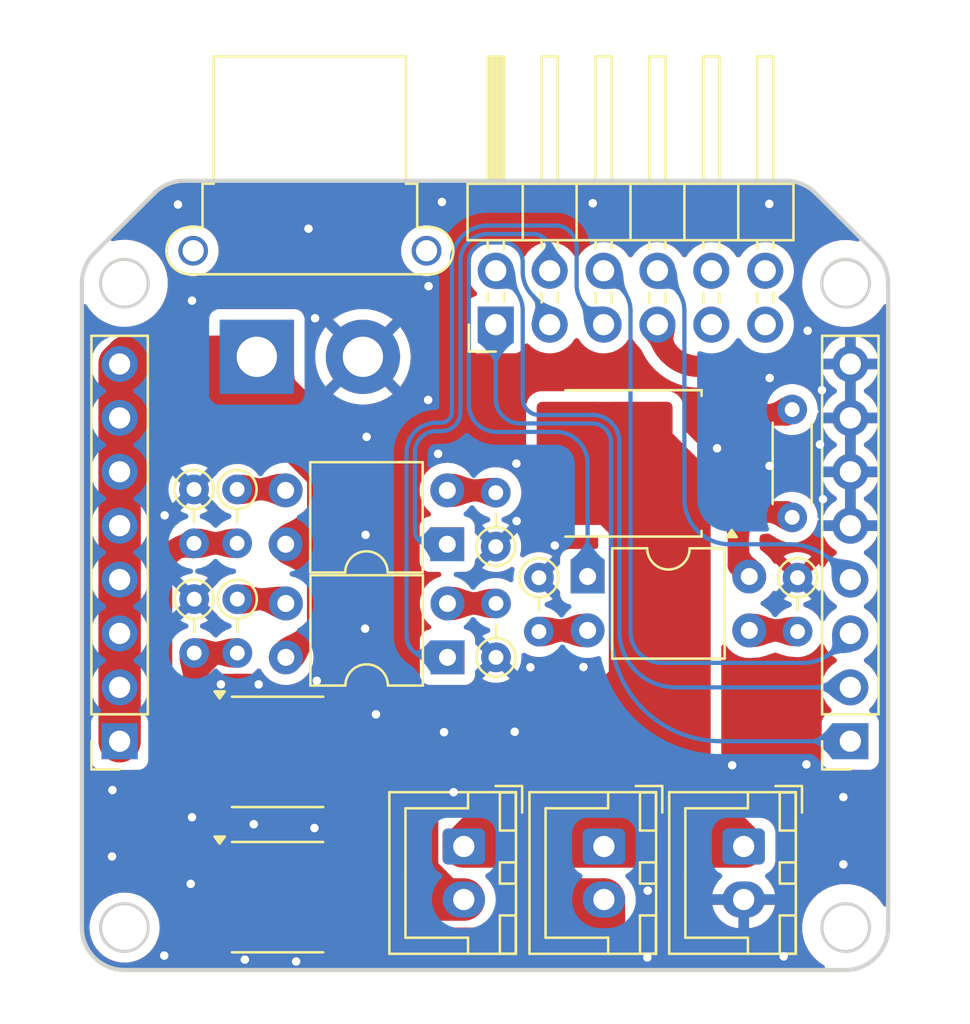
<source format=kicad_pcb>
(kicad_pcb (version 20221018) (generator pcbnew)
  (layers (0 "F.Cu" signal) (31 "B.Cu" signal) (34 "B.Paste" user) (35 "F.Paste" user) (36 "B.SilkS" user "B.Silkscreen") (37 "F.SilkS" user "F.Silkscreen") (38 "B.Mask" user) (39 "F.Mask" user) (44 "Edge.Cuts" user))
  (net 0 "")
  (net 1 "/SOLE1+")
  (net 2 "GND")
  (net 3 "+12V")
  (net 4 "/MDTX")
  (net 5 "/MDRX")
  (net 6 "/BLDC1")
  (net 7 "/BLDC2")
  (net 8 "/FET1")
  (net 9 "/FET2")
  (net 10 "/FET3")
  (net 11 "+48V")
  (net 12 "/SOLE1-")
  (net 13 "/SOLE2-")
  (net 14 "Net-(Q1-G)")
  (net 15 "Net-(Q2-G)")
  (net 16 "Net-(Q3-G)")
  (net 17 "Net-(R1-Pad2)")
  (net 18 "Net-(R2-Pad2)")
  (net 19 "Net-(R4-Pad2)")
  (net 20 "Net-(R5-Pad1)")
  (net 21 "Net-(R7-Pad2)")
  (net 22 "Net-(R8-Pad1)")
  (footprint "Connector_AMASS:AMASS_XT30PW-F_1x02_P2.50mm_Horizontal" (layer "F.Cu") (at 154.345 85.398)
    (fp_text reference "J3" hide)
    (fp_text value "Conn_01x02_Socket" hide)
    (pad "" thru_hole circle (at -3 -5 90) (size 1.4 1.4) (drill 1) (layers "*.Cu" "*.Mask"))
    (pad "" thru_hole circle (at 8 -5) (size 1.4 1.4) (drill 1) (layers "*.Cu" "*.Mask"))
    (pad "1" thru_hole rect (at 0 0) (size 3.5 3.5) (drill 1.9) (layers "*.Cu" "*.Mask") (net 3 "+12V"))
    (pad "2" thru_hole circle (at 5 0) (size 3.5 3.5) (drill 1.9) (layers "*.Cu" "*.Mask") (net 2 "GND"))
  )
  (footprint "Connector_PinSocket_2.54mm:PinSocket_1x08_P2.54mm_Vertical" (layer "F.Cu") (at 182.32 103.517416 180)
    (fp_text reference "J2" hide)
    (fp_text value "Conn_01x08_Socket" hide)
    (pad "1" thru_hole rect (at 0 0 180) (size 1.7 1.7) (drill 1) (layers "*.Cu" "*.Mask") (net 4 "/MDTX"))
    (pad "2" thru_hole oval (at 0 2.54 180) (size 1.7 1.7) (drill 1) (layers "*.Cu" "*.Mask") (net 5 "/MDRX"))
    (pad "3" thru_hole oval (at 0 5.08 180) (size 1.7 1.7) (drill 1) (layers "*.Cu" "*.Mask") (net 6 "/BLDC1"))
    (pad "4" thru_hole oval (at 0 7.62 180) (size 1.7 1.7) (drill 1) (layers "*.Cu" "*.Mask") (net 7 "/BLDC2"))
    (pad "5" thru_hole oval (at 0 10.16 180) (size 1.7 1.7) (drill 1) (layers "*.Cu" "*.Mask") (net 2 "GND"))
    (pad "6" thru_hole oval (at 0 12.7 180) (size 1.7 1.7) (drill 1) (layers "*.Cu" "*.Mask") (net 2 "GND"))
    (pad "7" thru_hole oval (at 0 15.24 180) (size 1.7 1.7) (drill 1) (layers "*.Cu" "*.Mask") (net 2 "GND"))
    (pad "8" thru_hole oval (at 0 17.78 180) (size 1.7 1.7) (drill 1) (layers "*.Cu" "*.Mask") (net 2 "GND"))
  )
  (footprint "Resistor_THT:R_Axial_DIN0204_L3.6mm_D1.6mm_P2.54mm_Vertical" (layer "F.Cu") (at 167.64 95.808 -90)
    (fp_text reference "R1" hide)
    (fp_text value "330" hide)
    (pad "1" thru_hole circle (at 0 0 270) (size 1.4 1.4) (drill 0.7) (layers "*.Cu" "*.Mask") (net 2 "GND"))
    (pad "2" thru_hole oval (at 2.54 0 270) (size 1.4 1.4) (drill 0.7) (layers "*.Cu" "*.Mask") (net 17 "Net-(R1-Pad2)"))
  )
  (footprint "Resistor_THT:R_Axial_DIN0204_L3.6mm_D1.6mm_P2.54mm_Vertical" (layer "F.Cu") (at 165.618 99.563 90)
    (fp_text reference "R7" hide)
    (fp_text value "330" hide)
    (pad "1" thru_hole circle (at 0 0 90) (size 1.4 1.4) (drill 0.7) (layers "*.Cu" "*.Mask") (net 2 "GND"))
    (pad "2" thru_hole oval (at 2.54 0 90) (size 1.4 1.4) (drill 0.7) (layers "*.Cu" "*.Mask") (net 21 "Net-(R7-Pad2)"))
  )
  (footprint "Package_TO_SOT_SMD:LFPAK56" (layer "F.Cu") (at 155.324 104.02)
    (fp_text reference "Q3" hide)
    (fp_text value "NMOS" hide)
    (pad "1" smd custom (at 0.6 0) (size 3.3 4.2) (layers "F.Cu" "F.Mask") (net 13 "/SOLE2-") (options (clearance outline) (anchor rect)) (primitives (gr_poly (pts (xy 2.975 2.35) (xy 1.425 2.35) (xy 1.425 -2.35) (xy 2.975 -2.35)) (width 0) (fill yes))))
    (pad "2" smd roundrect (at -2.67 1.91 270) (size 0.7 1.15) (layers "F.Cu" "F.Paste" "F.Mask") (net 16 "Net-(Q3-G)"))
    (pad "3" smd roundrect (at -2.67 -1.91 270) (size 0.7 1.15) (layers "F.Cu" "F.Paste" "F.Mask") (net 2 "GND"))
    (pad "3" smd roundrect (at -2.67 -0.64 270) (size 0.7 1.15) (layers "F.Cu" "F.Paste" "F.Mask") (net 2 "GND"))
    (pad "3" smd roundrect (at -2.67 0.64 270) (size 0.7 1.15) (layers "F.Cu" "F.Paste" "F.Mask") (net 2 "GND"))
  )
  (footprint "Connector_JST:JST_XH_B2B-XH-A_1x02_P2.50mm_Vertical" (layer "F.Cu") (at 177.292 108.478 -90)
    (fp_text reference "C1" hide)
    (fp_text value "C" hide)
    (pad "1" thru_hole roundrect (at 0 0 270) (size 1.7 2) (drill 1) (layers "*.Cu" "*.Mask") (roundrect_rratio 0.1470588235) (net 1 "/SOLE1+"))
    (pad "2" thru_hole oval (at 2.5 0 270) (size 1.7 2) (drill 1) (layers "*.Cu" "*.Mask") (net 2 "GND"))
  )
  (footprint "Resistor_THT:R_Axial_DIN0204_L3.6mm_D1.6mm_P2.54mm_Vertical" (layer "F.Cu") (at 151.394 96.819 -90)
    (fp_text reference "R9" hide)
    (fp_text value "1k" hide)
    (pad "1" thru_hole circle (at 0 0 270) (size 1.4 1.4) (drill 0.7) (layers "*.Cu" "*.Mask") (net 2 "GND"))
    (pad "2" thru_hole oval (at 2.54 0 270) (size 1.4 1.4) (drill 0.7) (layers "*.Cu" "*.Mask") (net 16 "Net-(Q3-G)"))
  )
  (footprint "Connector_JST:JST_XH_B2B-XH-A_1x02_P2.50mm_Vertical" (layer "F.Cu") (at 164.101 108.478 -90)
    (fp_text reference "J6" hide)
    (fp_text value "Conn_01x02_Socket" hide)
    (pad "1" thru_hole roundrect (at 0 0 270) (size 1.7 2) (drill 1) (layers "*.Cu" "*.Mask") (roundrect_rratio 0.1470588235) (net 1 "/SOLE1+"))
    (pad "2" thru_hole oval (at 2.5 0 270) (size 1.7 2) (drill 1) (layers "*.Cu" "*.Mask") (net 13 "/SOLE2-"))
  )
  (footprint "Resistor_THT:R_Axial_DIN0204_L3.6mm_D1.6mm_P2.54mm_Vertical" (layer "F.Cu") (at 153.426 96.819 -90)
    (fp_text reference "R8" hide)
    (fp_text value "100" hide)
    (pad "1" thru_hole circle (at 0 0 270) (size 1.4 1.4) (drill 0.7) (layers "*.Cu" "*.Mask") (net 22 "Net-(R8-Pad1)"))
    (pad "2" thru_hole oval (at 2.54 0 270) (size 1.4 1.4) (drill 0.7) (layers "*.Cu" "*.Mask") (net 16 "Net-(Q3-G)"))
  )
  (footprint "Package_DIP:DIP-4_W7.62mm" (layer "F.Cu") (at 169.936 95.753)
    (fp_text reference "U1" hide)
    (fp_text value "SFH617A-1" hide)
    (pad "1" thru_hole rect (at 0 0) (size 1.6 1.6) (drill 0.8) (layers "*.Cu" "*.Mask") (net 8 "/FET1"))
    (pad "2" thru_hole oval (at 0 2.54) (size 1.6 1.6) (drill 0.8) (layers "*.Cu" "*.Mask") (net 17 "Net-(R1-Pad2)"))
    (pad "3" thru_hole oval (at 7.62 2.54) (size 1.6 1.6) (drill 0.8) (layers "*.Cu" "*.Mask") (net 18 "Net-(R2-Pad2)"))
    (pad "4" thru_hole oval (at 7.62 0) (size 1.6 1.6) (drill 0.8) (layers "*.Cu" "*.Mask") (net 14 "Net-(Q1-G)"))
  )
  (footprint "Package_TO_SOT_SMD:LFPAK56" (layer "F.Cu") (at 155.324 110.866)
    (fp_text reference "Q2" hide)
    (fp_text value "NMOS" hide)
    (pad "1" smd custom (at 0.6 0) (size 3.3 4.2) (layers "F.Cu" "F.Mask") (net 12 "/SOLE1-") (options (clearance outline) (anchor rect)) (primitives (gr_poly (pts (xy 2.975 2.35) (xy 1.425 2.35) (xy 1.425 -2.35) (xy 2.975 -2.35)) (width 0) (fill yes))))
    (pad "2" smd roundrect (at -2.67 1.91 270) (size 0.7 1.15) (layers "F.Cu" "F.Paste" "F.Mask") (net 15 "Net-(Q2-G)"))
    (pad "3" smd roundrect (at -2.67 -1.91 270) (size 0.7 1.15) (layers "F.Cu" "F.Paste" "F.Mask") (net 2 "GND"))
    (pad "3" smd roundrect (at -2.67 -0.64 270) (size 0.7 1.15) (layers "F.Cu" "F.Paste" "F.Mask") (net 2 "GND"))
    (pad "3" smd roundrect (at -2.67 0.64 270) (size 0.7 1.15) (layers "F.Cu" "F.Paste" "F.Mask") (net 2 "GND"))
  )
  (footprint "Package_TO_SOT_SMD:TO-252-2" (layer "F.Cu") (at 171.998 90.4215 180)
    (fp_text reference "Q1" hide)
    (fp_text value "PMOS" hide)
    (pad "1" smd roundrect (at -0.415 -1.525 180) (size 3.05 2.75) (layers "F.Cu" "F.Paste") (roundrect_rratio 0.09090909091) (net 1 "/SOLE1+"))
    (pad "1" smd roundrect (at -0.415 1.525 180) (size 3.05 2.75) (layers "F.Cu" "F.Paste") (roundrect_rratio 0.09090909091) (net 1 "/SOLE1+"))
    (pad "1" smd roundrect (at 1.26 0 180) (size 6.4 5.8) (layers "F.Cu" "F.Mask") (roundrect_rratio 0.04310293103) (net 1 "/SOLE1+"))
    (pad "1" smd roundrect (at 2.935 -1.525 180) (size 3.05 2.75) (layers "F.Cu" "F.Paste") (roundrect_rratio 0.09090909091) (net 1 "/SOLE1+"))
    (pad "1" smd roundrect (at 2.935 1.525 180) (size 3.05 2.75) (layers "F.Cu" "F.Paste") (roundrect_rratio 0.09090909091) (net 1 "/SOLE1+"))
    (pad "2" smd roundrect (at -5.04 -2.28 180) (size 2.2 1.2) (layers "F.Cu" "F.Paste" "F.Mask") (roundrect_rratio 0.2083333333) (net 14 "Net-(Q1-G)"))
    (pad "3" smd roundrect (at -5.04 2.28 180) (size 2.2 1.2) (layers "F.Cu" "F.Paste" "F.Mask") (roundrect_rratio 0.2083333333) (net 11 "+48V"))
  )
  (footprint "Resistor_THT:R_Axial_DIN0204_L3.6mm_D1.6mm_P2.54mm_Vertical" (layer "F.Cu") (at 151.384 91.648 -90)
    (fp_text reference "R6" hide)
    (fp_text value "1k" hide)
    (pad "1" thru_hole circle (at 0 0 270) (size 1.4 1.4) (drill 0.7) (layers "*.Cu" "*.Mask") (net 2 "GND"))
    (pad "2" thru_hole oval (at 2.54 0 270) (size 1.4 1.4) (drill 0.7) (layers "*.Cu" "*.Mask") (net 15 "Net-(Q2-G)"))
  )
  (footprint "Resistor_THT:R_Axial_DIN0204_L3.6mm_D1.6mm_P5.08mm_Horizontal" (layer "F.Cu") (at 179.578 87.884 -90)
    (fp_text reference "R3" hide)
    (fp_text value "1k" hide)
    (pad "1" thru_hole circle (at 0 0 270) (size 1.4 1.4) (drill 0.7) (layers "*.Cu" "*.Mask") (net 11 "+48V"))
    (pad "2" thru_hole oval (at 5.08 0 270) (size 1.4 1.4) (drill 0.7) (layers "*.Cu" "*.Mask") (net 14 "Net-(Q1-G)"))
  )
  (footprint "Connector_PinHeader_2.54mm:PinHeader_2x06_P2.54mm_Horizontal" (layer "F.Cu") (at 165.608 83.882 90)
    (fp_text reference "J4" hide)
    (fp_text value "Conn_01x08_Socket" hide)
    (pad "1" thru_hole rect (at 0 0 90) (size 1.7 1.7) (drill 1) (layers "*.Cu" "*.Mask") (net 4 "/MDTX"))
    (pad "2" thru_hole oval (at 2.54 0 90) (size 1.7 1.7) (drill 1) (layers "*.Cu" "*.Mask") (net 5 "/MDRX"))
    (pad "3" thru_hole oval (at 0 2.54 90) (size 1.7 1.7) (drill 1) (layers "*.Cu" "*.Mask") (net 8 "/FET1"))
    (pad "4" thru_hole oval (at 2.54 2.54 90) (size 1.7 1.7) (drill 1) (layers "*.Cu" "*.Mask") (net 9 "/FET2"))
    (pad "5" thru_hole oval (at 0 5.08 90) (size 1.7 1.7) (drill 1) (layers "*.Cu" "*.Mask") (net 10 "/FET3"))
    (pad "6" thru_hole oval (at 2.54 5.08 90) (size 1.7 1.7) (drill 1) (layers "*.Cu" "*.Mask") (net 6 "/BLDC1"))
    (pad "7" thru_hole oval (at 0 7.62 90) (size 1.7 1.7) (drill 1) (layers "*.Cu" "*.Mask") (net 11 "+48V"))
    (pad "8" thru_hole oval (at 2.54 7.62 90) (size 1.7 1.7) (drill 1) (layers "*.Cu" "*.Mask") (net 7 "/BLDC2"))
    (pad "9" thru_hole oval (at 0 10.16 90) (size 1.7 1.7) (drill 1) (layers "*.Cu" "*.Mask"))
    (pad "10" thru_hole oval (at 2.54 10.16 90) (size 1.7 1.7) (drill 1) (layers "*.Cu" "*.Mask"))
    (pad "11" thru_hole oval (at 0 12.7 90) (size 1.7 1.7) (drill 1) (layers "*.Cu" "*.Mask"))
    (pad "12" thru_hole oval (at 2.54 12.7 90) (size 1.7 1.7) (drill 1) (layers "*.Cu" "*.Mask"))
  )
  (footprint "MountingHole:MountingHole_2.1mm" (layer "F.Cu") (at 148.11 112.3)
    (fp_text reference "REF**" hide)
    (fp_text value "MountingHole_2.1mm" hide)
    (pad "" np_thru_hole circle (at 0 0) (size 2.1 2.1) (drill 2.1) (layers "*.Cu" "*.Mask"))
  )
  (footprint "Connector_PinSocket_2.54mm:PinSocket_1x08_P2.54mm_Vertical" (layer "F.Cu") (at 147.878 103.517416 180)
    (fp_text reference "J1" hide)
    (fp_text value "Conn_01x08_Socket" hide)
    (pad "1" thru_hole rect (at 0 0 180) (size 1.7 1.7) (drill 1) (layers "*.Cu" "*.Mask") (net 3 "+12V"))
    (pad "2" thru_hole oval (at 0 2.54 180) (size 1.7 1.7) (drill 1) (layers "*.Cu" "*.Mask") (net 3 "+12V"))
    (pad "3" thru_hole oval (at 0 5.08 180) (size 1.7 1.7) (drill 1) (layers "*.Cu" "*.Mask") (net 3 "+12V"))
    (pad "4" thru_hole oval (at 0 7.62 180) (size 1.7 1.7) (drill 1) (layers "*.Cu" "*.Mask") (net 3 "+12V"))
    (pad "5" thru_hole oval (at 0 10.16 180) (size 1.7 1.7) (drill 1) (layers "*.Cu" "*.Mask") (net 3 "+12V"))
    (pad "6" thru_hole oval (at 0 12.7 180) (size 1.7 1.7) (drill 1) (layers "*.Cu" "*.Mask") (net 3 "+12V"))
    (pad "7" thru_hole oval (at 0 15.24 180) (size 1.7 1.7) (drill 1) (layers "*.Cu" "*.Mask") (net 3 "+12V"))
    (pad "8" thru_hole oval (at 0 17.78 180) (size 1.7 1.7) (drill 1) (layers "*.Cu" "*.Mask") (net 3 "+12V"))
  )
  (footprint "MountingHole:MountingHole_2.1mm" (layer "F.Cu") (at 148.1 81.93)
    (fp_text reference "REF**" hide)
    (fp_text value "MountingHole_2.1mm" hide)
    (pad "" np_thru_hole circle (at 0 0) (size 2.1 2.1) (drill 2.1) (layers "F&B.Cu" "*.Mask"))
  )
  (footprint "MountingHole:MountingHole_2.1mm" (layer "F.Cu") (at 182.1 81.94)
    (fp_text reference "REF**" hide)
    (fp_text value "MountingHole_2.1mm" hide)
    (pad "" np_thru_hole circle (at 0 0) (size 2.1 2.1) (drill 2.1) (layers "F&B.Cu" "*.Mask"))
  )
  (footprint "Package_DIP:DIP-4_W7.62mm" (layer "F.Cu") (at 163.332 99.563 180)
    (fp_text reference "U3" hide)
    (fp_text value "SFH617A-1" hide)
    (pad "1" thru_hole rect (at 0 0 180) (size 1.6 1.6) (drill 0.8) (layers "*.Cu" "*.Mask") (net 10 "/FET3"))
    (pad "2" thru_hole oval (at 0 2.54 180) (size 1.6 1.6) (drill 0.8) (layers "*.Cu" "*.Mask") (net 21 "Net-(R7-Pad2)"))
    (pad "3" thru_hole oval (at 7.62 2.54 180) (size 1.6 1.6) (drill 0.8) (layers "*.Cu" "*.Mask") (net 22 "Net-(R8-Pad1)"))
    (pad "4" thru_hole oval (at 7.62 0 180) (size 1.6 1.6) (drill 0.8) (layers "*.Cu" "*.Mask") (net 3 "+12V"))
  )
  (footprint "Resistor_THT:R_Axial_DIN0204_L3.6mm_D1.6mm_P2.54mm_Vertical" (layer "F.Cu") (at 165.608 94.342 90)
    (fp_text reference "R4" hide)
    (fp_text value "330" hide)
    (pad "1" thru_hole circle (at 0 0 90) (size 1.4 1.4) (drill 0.7) (layers "*.Cu" "*.Mask") (net 2 "GND"))
    (pad "2" thru_hole oval (at 2.54 0 90) (size 1.4 1.4) (drill 0.7) (layers "*.Cu" "*.Mask") (net 19 "Net-(R4-Pad2)"))
  )
  (footprint "Connector_JST:JST_XH_B2B-XH-A_1x02_P2.50mm_Vertical" (layer "F.Cu") (at 170.705 108.478 -90)
    (fp_text reference "J5" hide)
    (fp_text value "Conn_01x02_Socket" hide)
    (pad "1" thru_hole roundrect (at 0 0 270) (size 1.7 2) (drill 1) (layers "*.Cu" "*.Mask") (roundrect_rratio 0.1470588235) (net 1 "/SOLE1+"))
    (pad "2" thru_hole oval (at 2.5 0 270) (size 1.7 2) (drill 1) (layers "*.Cu" "*.Mask") (net 12 "/SOLE1-"))
  )
  (footprint "Resistor_THT:R_Axial_DIN0204_L3.6mm_D1.6mm_P2.54mm_Vertical" (layer "F.Cu") (at 179.832 95.808 -90)
    (fp_text reference "R2" hide)
    (fp_text value "2k" hide)
    (pad "1" thru_hole circle (at 0 0 270) (size 1.4 1.4) (drill 0.7) (layers "*.Cu" "*.Mask") (net 2 "GND"))
    (pad "2" thru_hole oval (at 2.54 0 270) (size 1.4 1.4) (drill 0.7) (layers "*.Cu" "*.Mask") (net 18 "Net-(R2-Pad2)"))
  )
  (footprint "Resistor_THT:R_Axial_DIN0204_L3.6mm_D1.6mm_P2.54mm_Vertical" (layer "F.Cu") (at 153.416 91.648 -90)
    (fp_text reference "R5" hide)
    (fp_text value "100" hide)
    (pad "1" thru_hole circle (at 0 0 270) (size 1.4 1.4) (drill 0.7) (layers "*.Cu" "*.Mask") (net 20 "Net-(R5-Pad1)"))
    (pad "2" thru_hole oval (at 2.54 0 270) (size 1.4 1.4) (drill 0.7) (layers "*.Cu" "*.Mask") (net 15 "Net-(Q2-G)"))
  )
  (footprint "MountingHole:MountingHole_2.1mm" (layer "F.Cu") (at 182.1 112.3)
    (fp_text reference "REF**" hide)
    (fp_text value "MountingHole_2.1mm" hide)
    (pad "" np_thru_hole circle (at 0 0) (size 2.1 2.1) (drill 2.1) (layers "F&B.Cu" "*.Mask"))
  )
  (footprint "Package_DIP:DIP-4_W7.62mm" (layer "F.Cu") (at 163.322 94.234 180)
    (fp_text reference "U2" hide)
    (fp_text value "SFH617A-1" hide)
    (pad "1" thru_hole rect (at 0 0 180) (size 1.6 1.6) (drill 0.8) (layers "*.Cu" "*.Mask") (net 9 "/FET2"))
    (pad "2" thru_hole oval (at 0 2.54 180) (size 1.6 1.6) (drill 0.8) (layers "*.Cu" "*.Mask") (net 19 "Net-(R4-Pad2)"))
    (pad "3" thru_hole oval (at 7.62 2.54 180) (size 1.6 1.6) (drill 0.8) (layers "*.Cu" "*.Mask") (net 20 "Net-(R5-Pad1)"))
    (pad "4" thru_hole oval (at 7.62 0 180) (size 1.6 1.6) (drill 0.8) (layers "*.Cu" "*.Mask") (net 3 "+12V"))
  )
  (gr_line (start 146.1 81.927416) (end 146.1 112.3) (stroke (width 0.2)) (layer "Edge.Cuts"))
  (gr_arc (start 146.1 81.927416) (mid 146.252241 81.162049) (end 146.685786 80.513203) (stroke (width 0.2)) (layer "Edge.Cuts"))
  (gr_line (start 183.514214 80.513203) (end 180.685787 77.684776) (stroke (width 0.2)) (layer "Edge.Cuts"))
  (gr_line (start 149.514213 77.684776) (end 146.685786 80.513203) (stroke (width 0.2)) (layer "Edge.Cuts"))
  (gr_arc (start 148.1 114.3) (mid 146.685786 113.714214) (end 146.1 112.3) (stroke (width 0.2)) (layer "Edge.Cuts"))
  (gr_circle (center 182.1 112.3) (end 182.1 111.2) (stroke (width 0.2)) (fill none) (layer "Edge.Cuts"))
  (gr_arc (start 179.271573 77.098989) (mid 180.03694 77.25123) (end 180.685787 77.684776) (stroke (width 0.2)) (layer "Edge.Cuts"))
  (gr_line (start 148.1 114.3) (end 182.1 114.3) (stroke (width 0.2)) (layer "Edge.Cuts"))
  (gr_arc (start 184.1 112.3) (mid 183.514214 113.714214) (end 182.1 114.3) (stroke (width 0.2)) (layer "Edge.Cuts"))
  (gr_arc (start 149.514213 77.684776) (mid 150.16306 77.25123) (end 150.928427 77.098989) (stroke (width 0.2)) (layer "Edge.Cuts"))
  (gr_line (start 184.1 112.3) (end 184.1 81.927416) (stroke (width 0.2)) (layer "Edge.Cuts"))
  (gr_circle (center 148.1 112.3) (end 148.1 111.2) (stroke (width 0.2)) (fill none) (layer "Edge.Cuts"))
  (gr_line (start 179.271573 77.098989) (end 150.928427 77.098989) (stroke (width 0.2)) (layer "Edge.Cuts"))
  (gr_arc (start 183.514214 80.513203) (mid 183.947759 81.162049) (end 184.1 81.927416) (stroke (width 0.2)) (layer "Edge.Cuts"))
  (gr_circle (center 148.1 81.927416) (end 148.1 80.827416) (stroke (width 0.2)) (fill none) (layer "Edge.Cuts"))
  (gr_circle (center 182.1 81.927416) (end 182.1 80.827416) (stroke (width 0.2)) (fill none) (layer "Edge.Cuts"))
  (segment (start 169.418 105.684) (end 169.418 108.478) (width 2) (layer "F.Cu") (net 1))
  (segment (start 171.936 93.2945) (end 171.936 100.643) (width 2) (layer "F.Cu") (net 1))
  (segment (start 164.101 108.478) (end 166.624 108.478) (width 2) (layer "F.Cu") (net 1))
  (segment (start 172.212 102.89) (end 172.212 108.478) (width 2) (layer "F.Cu") (net 1))
  (segment (start 170.698 104.404) (end 169.809 105.293) (width 2) (layer "F.Cu") (net 1))
  (segment (start 170.705 104.411) (end 170.705 108.478) (width 2) (layer "F.Cu") (net 1))
  (segment (start 174.752 108.478) (end 177.292 108.478) (width 2) (layer "F.Cu") (net 1))
  (segment (start 170.588 91.9465) (end 171.936 93.2945) (width 2) (layer "F.Cu") (net 1))
  (segment (start 169.063 91.9465) (end 170.588 91.9465) (width 2) (layer "F.Cu") (net 1))
  (segment (start 171.936 100.643) (end 164.101 108.478) (width 2) (layer "F.Cu") (net 1))
  (segment (start 173.482 101.62) (end 173.482 107.208) (width 2) (layer "F.Cu") (net 1))
  (segment (start 172.222 102.88) (end 172.212 102.89) (width 2) (layer "F.Cu") (net 1))
  (segment (start 169.363 91.9465) (end 172.413 88.8965) (width 2) (layer "F.Cu") (net 1))
  (segment (start 169.063 91.9465) (end 169.363 91.9465) (width 2) (layer "F.Cu") (net 1))
  (segment (start 172.212 108.478) (end 174.752 108.478) (width 2) (layer "F.Cu") (net 1))
  (segment (start 170.698 104.404) (end 170.705 104.411) (width 2) (layer "F.Cu") (net 1))
  (segment (start 174.738 91.2215) (end 172.413 88.8965) (width 2) (layer "F.Cu") (net 1))
  (segment (start 173.482 93.726) (end 173.482 101.62) (width 2) (layer "F.Cu") (net 1))
  (segment (start 177.292 108.478) (end 174.738 105.924) (width 2) (layer "F.Cu") (net 1))
  (segment (start 169.418 108.478) (end 172.212 108.478) (width 2) (layer "F.Cu") (net 1))
  (segment (start 172.222 102.88) (end 170.698 104.404) (width 2) (layer "F.Cu") (net 1))
  (segment (start 169.809 105.293) (end 166.624 108.478) (width 2) (layer "F.Cu") (net 1))
  (segment (start 174.738 105.924) (end 174.738 91.2215) (width 2) (layer "F.Cu") (net 1))
  (segment (start 170.738 90.4215) (end 170.738 90.982) (width 2) (layer "F.Cu") (net 1))
  (segment (start 169.063 88.8965) (end 172.413 88.8965) (width 2) (layer "F.Cu") (net 1))
  (segment (start 170.738 90.982) (end 173.482 93.726) (width 2) (layer "F.Cu") (net 1))
  (segment (start 166.624 108.478) (end 169.418 108.478) (width 2) (layer "F.Cu") (net 1))
  (segment (start 173.482 107.208) (end 174.752 108.478) (width 2) (layer "F.Cu") (net 1))
  (segment (start 173.482 101.62) (end 172.222 102.88) (width 2) (layer "F.Cu") (net 1))
  (segment (start 169.809 105.293) (end 169.418 105.684) (width 2) (layer "F.Cu") (net 1))
  (segment (start 169.063 88.8965) (end 169.063 91.9465) (width 2) (layer "F.Cu") (net 1))
  (segment (start 153.416 100.838) (end 152.654 101.6) (width 1) (layer "F.Cu") (net 2))
  (segment (start 152.654 104.66) (end 152.654 102.11) (width 1) (layer "F.Cu") (net 2))
  (segment (start 153.924 100.838) (end 153.416 100.838) (width 1) (layer "F.Cu") (net 2))
  (segment (start 153.924 100.838) (end 154.432 100.838) (width 1) (layer "F.Cu") (net 2))
  (segment (start 152.654 102.11) (end 152.654 101.6) (width 1) (layer "F.Cu") (net 2))
  (segment (start 152.654 100.838) (end 153.924 100.838) (width 1) (layer "F.Cu") (net 2))
  (segment (start 152.654 101.6) (end 152.654 100.838) (width 1) (layer "F.Cu") (net 2))
  (via (at 159.45 98.21) (size 0.8) (drill 0.4) (layers "F.Cu" "B.Cu") (net 2))
  (via (at 166.59 93.14) (size 0.8) (drill 0.4) (layers "F.Cu" "B.Cu") (net 2))
  (via (at 181.99 109.32) (size 0.8) (drill 0.4) (layers "F.Cu" "B.Cu") (net 2))
  (via (at 147.54 105.82) (size 0.8) (drill 0.4) (layers "F.Cu" "B.Cu") (net 2))
  (via (at 154.432 100.838) (size 0.8) (drill 0.4) (layers "F.Cu" "B.Cu") (net 2))
  (via (at 180.31 84.17) (size 0.8) (drill 0.4) (layers "F.Cu" "B.Cu") (net 2))
  (via (at 151.23 110.24) (size 0.8) (drill 0.4) (layers "F.Cu" "B.Cu") (net 2))
  (via (at 159.47 93.79) (size 0.8) (drill 0.4) (layers "F.Cu" "B.Cu") (net 2))
  (via (at 176.75 104.65) (size 0.8) (drill 0.4) (layers "F.Cu" "B.Cu") (net 2))
  (via (at 157.06 107.61) (size 0.8) (drill 0.4) (layers "F.Cu" "B.Cu") (net 2))
  (via (at 162.89 89.97) (size 0.8) (drill 0.4) (layers "F.Cu" "B.Cu") (net 2))
  (via (at 178.51 90.54) (size 0.8) (drill 0.4) (layers "F.Cu" "B.Cu") (net 2))
  (via (at 168.39 94.29) (size 0.8) (drill 0.4) (layers "F.Cu" "B.Cu") (net 2))
  (via (at 147.52 108.95) (size 0.8) (drill 0.4) (layers "F.Cu" "B.Cu") (net 2))
  (via (at 154.2 107.43) (size 0.8) (drill 0.4) (layers "F.Cu" "B.Cu") (net 2))
  (via (at 172.77 110.56) (size 0.8) (drill 0.4) (layers "F.Cu" "B.Cu") (net 2))
  (via (at 150 92.87) (size 0.8) (drill 0.4) (layers "F.Cu" "B.Cu") (net 2))
  (via (at 178.52 86.4) (size 0.8) (drill 0.4) (layers "F.Cu" "B.Cu") (net 2))
  (via (at 149.98 113.62) (size 0.8) (drill 0.4) (layers "F.Cu" "B.Cu") (net 2))
  (via (at 153.78 113.81) (size 0.8) (drill 0.4) (layers "F.Cu" "B.Cu") (net 2))
  (via (at 162.42 87.43) (size 0.8) (drill 0.4) (layers "F.Cu" "B.Cu") (net 2))
  (via (at 150.63 78.22) (size 0.8) (drill 0.4) (layers "F.Cu" "B.Cu") (net 2))
  (via (at 162.44 82.07) (size 0.8) (drill 0.4) (layers "F.Cu" "B.Cu") (net 2))
  (via (at 166.5 103.07) (size 0.8) (drill 0.4) (layers "F.Cu" "B.Cu") (net 2))
  (via (at 152.654 100.838) (size 0.8) (drill 0.4) (layers "F.Cu" "B.Cu") (net 2))
  (via (at 157.17 100.67) (size 0.8) (drill 0.4) (layers "F.Cu" "B.Cu") (net 2))
  (via (at 156.2 113.9) (size 0.8) (drill 0.4) (layers "F.Cu" "B.Cu") (net 2))
  (via (at 159.52 89.17) (size 0.8) (drill 0.4) (layers "F.Cu" "B.Cu") (net 2))
  (via (at 180.89 89.53) (size 0.8) (drill 0.4) (layers "F.Cu" "B.Cu") (net 2))
  (via (at 151.29 82.75) (size 0.8) (drill 0.4) (layers "F.Cu" "B.Cu") (net 2))
  (via (at 180.98 86.97) (size 0.8) (drill 0.4) (layers "F.Cu" "B.Cu") (net 2))
  (via (at 166.58 90.43) (size 0.8) (drill 0.4) (layers "F.Cu" "B.Cu") (net 2))
  (via (at 163.17 103.09) (size 0.8) (drill 0.4) (layers "F.Cu" "B.Cu") (net 2))
  (via (at 169.74 100.02) (size 0.8) (drill 0.4) (layers "F.Cu" "B.Cu") (net 2))
  (via (at 180.25 104.61) (size 0.8) (drill 0.4) (layers "F.Cu" "B.Cu") (net 2))
  (via (at 151.29 107.1) (size 0.8) (drill 0.4) (layers "F.Cu" "B.Cu") (net 2))
  (via (at 181.99 106.15) (size 0.8) (drill 0.4) (layers "F.Cu" "B.Cu") (net 2))
  (via (at 179.18 113.66) (size 0.8) (drill 0.4) (layers "F.Cu" "B.Cu") (net 2))
  (via (at 163.07 78.1) (size 0.8) (drill 0.4) (layers "F.Cu" "B.Cu") (net 2))
  (via (at 170.18 78.16) (size 0.8) (drill 0.4) (layers "F.Cu" "B.Cu") (net 2))
  (via (at 167.24 100.03) (size 0.8) (drill 0.4) (layers "F.Cu" "B.Cu") (net 2))
  (via (at 159.96 102.25) (size 0.8) (drill 0.4) (layers "F.Cu" "B.Cu") (net 2))
  (via (at 178.5 78.19) (size 0.8) (drill 0.4) (layers "F.Cu" "B.Cu") (net 2))
  (via (at 156.78 79.36) (size 0.8) (drill 0.4) (layers "F.Cu" "B.Cu") (net 2))
  (via (at 172.75 113.71) (size 0.8) (drill 0.4) (layers "F.Cu" "B.Cu") (net 2))
  (via (at 163.62 105.92) (size 0.8) (drill 0.4) (layers "F.Cu" "B.Cu") (net 2))
  (via (at 181.03 92.11) (size 0.8) (drill 0.4) (layers "F.Cu" "B.Cu") (net 2))
  (via (at 176.04 89.71) (size 0.8) (drill 0.4) (layers "F.Cu" "B.Cu") (net 2))
  (via (at 157.09 83.58) (size 0.8) (drill 0.4) (layers "F.Cu" "B.Cu") (net 2))
  (segment (start 157.212 91.082679) (end 156.5205 90.391179) (width 1) (layer "F.Cu") (net 3))
  (segment (start 157.212 95.744) (end 155.702 94.234) (width 1) (layer "F.Cu") (net 3))
  (segment (start 154.345 88.225) (end 154.083292 88.486708) (width 2) (layer "F.Cu") (net 3))
  (segment (start 150.368 85.398) (end 148.217416 85.398) (width 2) (layer "F.Cu") (net 3))
  (segment (start 157.212 91.082679) (end 155.7585 89.629179) (width 1) (layer "F.Cu") (net 3))
  (segment (start 151.675416 87.02) (end 152.806 87.02) (width 2) (layer "F.Cu") (net 3))
  (segment (start 157.212 91.186) (end 157.212 91.082679) (width 1) (layer "F.Cu") (net 3))
  (segment (start 157.212 98.063) (end 157.212 94.234) (width 1) (layer "F.Cu") (net 3))
  (segment (start 150.774 89.052) (end 147.878 91.948) (width 2) (layer "F.Cu") (net 3))
  (segment (start 150.716708 87.978708) (end 151.675416 87.02) (width 2) (layer "F.Cu") (net 3))
  (segment (start 147.878 88.277416) (end 150.418 88.277416) (width 2) (layer "F.Cu") (net 3))
  (segment (start 154.345 85.481) (end 152.806 87.02) (width 2) (layer "F.Cu") (net 3))
  (segment (start 156.5205 87.5735) (end 155.7585 86.8115) (width 1) (layer "F.Cu") (net 3))
  (segment (start 157.212 98.063) (end 157.212 95.744) (width 1) (layer "F.Cu") (net 3))
  (segment (start 154.083292 88.486708) (end 150.208708 88.486708) (width 2) (layer "F.Cu") (net 3))
  (segment (start 155.702 94.234) (end 157.212 94.234) (width 1) (layer "F.Cu") (net 3))
  (segment (start 157.212 91.082679) (end 155.181321 89.052) (width 1) (layer "F.Cu") (net 3))
  (segment (start 155.712 99.563) (end 157.212 98.063) (width 1) (layer "F.Cu") (net 3))
  (segment (start 150.418 88.277416) (end 150.716708 87.978708) (width 2) (layer "F.Cu") (net 3))
  (segment (start 157.212 94.234) (end 157.212 92.71) (width 1) (layer "F.Cu") (net 3))
  (segment (start 155.7585 86.8115) (end 154.345 85.398) (width 1) (layer "F.Cu") (net 3))
  (segment (start 147.878 90.817416) (end 150.208708 88.486708) (width 2) (layer "F.Cu") (net 3))
  (segment (start 155.181321 89.052) (end 150.774 89.052) (width 1) (layer "F.Cu") (net 3))
  (segment (start 157.212 92.71) (end 157.212 91.186) (width 1) (layer "F.Cu") (net 3))
  (segment (start 147.878 88.277416) (end 150.368 85.787416) (width 2) (layer "F.Cu") (net 3))
  (segment (start 155.7585 89.629179) (end 155.7585 86.8115) (width 1) (layer "F.Cu") (net 3))
  (segment (start 157.212 88.265) (end 156.5205 87.5735) (width 1) (layer "F.Cu") (net 3))
  (segment (start 150.368 85.787416) (end 150.368 85.398) (width 2) (layer "F.Cu") (net 3))
  (segment (start 154.345 85.398) (end 154.345 85.481) (width 2) (layer "F.Cu") (net 3))
  (segment (start 147.878 91.948) (end 147.878 103.517416) (width 2) (layer "F.Cu") (net 3))
  (segment (start 150.208708 88.486708) (end 150.716708 87.978708) (width 2) (layer "F.Cu") (net 3))
  (segment (start 147.878 85.737416) (end 147.878 91.948) (width 2) (layer "F.Cu") (net 3))
  (segment (start 156.5205 90.391179) (end 156.5205 87.5735) (width 1) (layer "F.Cu") (net 3))
  (segment (start 155.702 94.234) (end 157.212 92.724) (width 1) (layer "F.Cu") (net 3))
  (segment (start 154.345 85.398) (end 154.345 88.225) (width 2) (layer "F.Cu") (net 3))
  (segment (start 154.345 85.398) (end 150.368 85.398) (width 2) (layer "F.Cu") (net 3))
  (segment (start 148.217416 85.398) (end 147.878 85.737416) (width 2) (layer "F.Cu") (net 3))
  (segment (start 157.212 91.186) (end 157.212 88.265) (width 1) (layer "F.Cu") (net 3))
  (segment (start 157.212 92.724) (end 157.212 92.71) (width 1) (layer "F.Cu") (net 3))
  (segment (start 152.806 87.02) (end 150.774 89.052) (width 2) (layer "F.Cu") (net 3))
  (segment (start 176.228334 103.517416) (end 182.32 103.517416) (width 0.2) (layer "B.Cu") (net 4))
  (segment (start 170.149444 88.538) (end 166.769996 88.538) (width 0.2) (layer "B.Cu") (net 4))
  (segment (start 165.608 83.882) (end 165.608 87.376) (width 0.2) (layer "B.Cu") (net 4))
  (segment (start 171.036 89.424556) (end 171.036 98.325082) (width 0.2) (layer "B.Cu") (net 4))
  (arc (start 171.036 89.424556) (mid 170.776334 88.797666) (end 170.149444 88.538) (width 0.2) (layer "B.Cu") (net 4))
  (arc (start 176.228334 103.517416) (mid 172.556799 101.996617) (end 171.036 98.325082) (width 0.2) (layer "B.Cu") (net 4))
  (arc (start 165.608 87.376) (mid 165.948341 88.197659) (end 166.769996 88.538) (width 0.2) (layer "B.Cu") (net 4))
  (segment (start 166.878 83.211598) (end 166.878 87.367115) (width 0.2) (layer "B.Cu") (net 5))
  (segment (start 171.436 89.408) (end 171.436 98.331614) (width 0.2) (layer "B.Cu") (net 5))
  (segment (start 174.081802 100.977416) (end 182.32 100.977416) (width 0.2) (layer "B.Cu") (net 5))
  (segment (start 165.608 81.342) (end 166.45402 82.18802) (width 0.2) (layer "B.Cu") (net 5))
  (segment (start 170.166 88.138) (end 167.648885 88.138) (width 0.2) (layer "B.Cu") (net 5))
  (arc (start 170.166 88.138) (mid 171.064026 88.509974) (end 171.436 89.408) (width 0.2) (layer "B.Cu") (net 5))
  (arc (start 166.45402 82.18802) (mid 166.767811 82.657642) (end 166.878 83.211598) (width 0.2) (layer "B.Cu") (net 5))
  (arc (start 174.081802 100.977416) (mid 172.210937 100.202479) (end 171.436 98.331614) (width 0.2) (layer "B.Cu") (net 5))
  (arc (start 167.648885 88.138) (mid 167.103787 87.912213) (end 166.878 87.367115) (width 0.2) (layer "B.Cu") (net 5))
  (segment (start 171.958 98.349062) (end 171.958 83.228185) (width 0.2) (layer "B.Cu") (net 6))
  (segment (start 182.32 98.437416) (end 181.520012 99.237404) (width 0.2) (layer "B.Cu") (net 6))
  (segment (start 171.522292 82.176292) (end 170.688 81.342) (width 0.2) (layer "B.Cu") (net 6))
  (segment (start 180.108672 99.822) (end 173.430938 99.822) (width 0.2) (layer "B.Cu") (net 6))
  (arc (start 171.958 83.228185) (mid 171.844763 82.658905) (end 171.522292 82.176292) (width 0.2) (layer "B.Cu") (net 6))
  (arc (start 180.108672 99.822) (mid 180.872484 99.670068) (end 181.520012 99.237404) (width 0.2) (layer "B.Cu") (net 6))
  (arc (start 171.958 98.349062) (mid 172.389414 99.390586) (end 173.430938 99.822) (width 0.2) (layer "B.Cu") (net 6))
  (segment (start 174.498 83.214848) (end 174.498 92.096808) (width 0.2) (layer "B.Cu") (net 7))
  (segment (start 176.635192 94.234) (end 179.451116 94.234) (width 0.2) (layer "B.Cu") (net 7))
  (segment (start 181.508979 95.086395) (end 182.32 95.897416) (width 0.2) (layer "B.Cu") (net 7))
  (segment (start 173.228 81.342) (end 174.071722 82.185722) (width 0.2) (layer "B.Cu") (net 7))
  (arc (start 174.498 92.096808) (mid 175.123969 93.608031) (end 176.635192 94.234) (width 0.2) (layer "B.Cu") (net 7))
  (arc (start 174.071722 82.185722) (mid 174.387214 82.657889) (end 174.498 83.214848) (width 0.2) (layer "B.Cu") (net 7))
  (arc (start 181.508979 95.086395) (mid 180.564823 94.45553) (end 179.451116 94.234) (width 0.2) (layer "B.Cu") (net 7))
  (segment (start 168.449978 88.938) (end 165.645989 88.938) (width 0.2) (layer "B.Cu") (net 8))
  (segment (start 168.148 83.316314) (end 167.346509 82.514823) (width 0.2) (layer "B.Cu") (net 8))
  (segment (start 166.878 81.383744) (end 166.878 80.941565) (width 0.2) (layer "B.Cu") (net 8))
  (segment (start 165.946435 80.01) (end 165.241881 80.01) (width 0.2) (layer "B.Cu") (net 8))
  (segment (start 164.338 80.913881) (end 164.338 87.63) (width 0.2) (layer "B.Cu") (net 8))
  (segment (start 169.936 90.424029) (end 169.936 95.753) (width 0.2) (layer "B.Cu") (net 8))
  (segment (start 168.148 83.882) (end 168.148 83.316314) (width 0.2) (layer "B.Cu") (net 8))
  (arc (start 166.878 81.383744) (mid 166.999761 81.99588) (end 167.346509 82.514823) (width 0.2) (layer "B.Cu") (net 8))
  (arc (start 166.878 80.941565) (mid 166.605151 80.282849) (end 165.946435 80.01) (width 0.2) (layer "B.Cu") (net 8))
  (arc (start 164.338 87.63) (mid 164.721101 88.554899) (end 165.645989 88.938) (width 0.2) (layer "B.Cu") (net 8))
  (arc (start 169.936 90.424029) (mid 169.500754 89.373246) (end 168.449978 88.938) (width 0.2) (layer "B.Cu") (net 8))
  (arc (start 164.338 80.913881) (mid 164.602741 80.274741) (end 165.241881 80.01) (width 0.2) (layer "B.Cu") (net 8))
  (segment (start 163.938 80.90766) (end 163.938 88.013756) (width 0.2) (layer "B.Cu") (net 9))
  (segment (start 167.367259 79.61) (end 165.23566 79.61) (width 0.2) (layer "B.Cu") (net 9))
  (segment (start 162.420073 94.234) (end 163.322 94.234) (width 0.2) (layer "B.Cu") (net 9))
  (segment (start 163.051756 88.9) (end 162.798 88.9) (width 0.2) (layer "B.Cu") (net 9))
  (segment (start 168.148 81.342) (end 168.148 80.390741) (width 0.2) (layer "B.Cu") (net 9))
  (segment (start 161.798 89.9) (end 161.798 93.611927) (width 0.2) (layer "B.Cu") (net 9))
  (arc (start 162.798 88.9) (mid 162.090893 89.192893) (end 161.798 89.9) (width 0.2) (layer "B.Cu") (net 9))
  (arc (start 168.148 80.390741) (mid 167.919326 79.838674) (end 167.367259 79.61) (width 0.2) (layer "B.Cu") (net 9))
  (arc (start 163.051756 88.9) (mid 163.678425 88.640425) (end 163.938 88.013756) (width 0.2) (layer "B.Cu") (net 9))
  (arc (start 162.420073 94.234) (mid 161.980201 94.051799) (end 161.798 93.611927) (width 0.2) (layer "B.Cu") (net 9))
  (arc (start 163.938 80.90766) (mid 164.318076 79.990076) (end 165.23566 79.61) (width 0.2) (layer "B.Cu") (net 9))
  (segment (start 163.538 80.904562) (end 163.538 88) (width 0.2) (layer "B.Cu") (net 10))
  (segment (start 161.398 89.925566) (end 161.398 98.529093) (width 0.2) (layer "B.Cu") (net 10))
  (segment (start 169.418 80.226001) (end 169.418 80.264) (width 0.2) (layer "B.Cu") (net 10))
  (segment (start 162.431907 99.563) (end 163.332 99.563) (width 0.2) (layer "B.Cu") (net 10))
  (segment (start 170.688 83.882) (end 169.860943 83.054943) (width 0.2) (layer "B.Cu") (net 10))
  (segment (start 165.232562 79.21) (end 168.402 79.21) (width 0.2) (layer "B.Cu") (net 10))
  (segment (start 169.418 81.985583) (end 169.418 80.264) (width 0.2) (layer "B.Cu") (net 10))
  (segment (start 163.038 88.5) (end 162.823566 88.5) (width 0.2) (layer "B.Cu") (net 10))
  (arc (start 163.538 88) (mid 163.391553 88.353553) (end 163.038 88.5) (width 0.2) (layer "B.Cu") (net 10))
  (arc (start 161.398 98.529093) (mid 161.700824 99.260176) (end 162.431907 99.563) (width 0.2) (layer "B.Cu") (net 10))
  (arc (start 169.418 81.985583) (mid 169.533117 82.564316) (end 169.860943 83.054943) (width 0.2) (layer "B.Cu") (net 10))
  (arc (start 161.398 89.925566) (mid 161.815539 88.917539) (end 162.823566 88.5) (width 0.2) (layer "B.Cu") (net 10))
  (arc (start 169.418 80.226001) (mid 169.12042 79.50758) (end 168.402 79.21) (width 0.2) (layer "B.Cu") (net 10))
  (arc (start 165.232562 79.21) (mid 164.034326 79.706326) (end 163.538 80.904562) (width 0.2) (layer "B.Cu") (net 10))
  (segment (start 178.308 88.1415) (end 179.3205 88.1415) (width 1) (layer "F.Cu") (net 11))
  (segment (start 179.3205 88.1415) (end 179.578 87.884) (width 1) (layer "F.Cu") (net 11))
  (segment (start 178.308 88.1415) (end 177.8035 88.1415) (width 1) (layer "F.Cu") (net 11))
  (segment (start 177.038 88.1415) (end 178.308 88.1415) (width 1) (layer "F.Cu") (net 11))
  (segment (start 177.038 87.376) (end 177.038 87.045025) (width 1) (layer "F.Cu") (net 11))
  (segment (start 175.844975 85.852) (end 175.197992 85.852) (width 1) (layer "F.Cu") (net 11))
  (segment (start 177.038 88.1415) (end 177.038 87.376) (width 1) (layer "F.Cu") (net 11))
  (arc (start 173.228 83.882) (mid 173.804997 85.275003) (end 175.197992 85.852) (width 1) (layer "F.Cu") (net 11))
  (arc (start 177.038 87.045025) (mid 176.688571 86.201429) (end 175.844975 85.852) (width 1) (layer "F.Cu") (net 11))
  (segment (start 163.068 113.3) (end 158.358 113.3) (width 2) (layer "F.Cu") (net 12))
  (segment (start 169.708 110.978) (end 167.386 113.3) (width 2) (layer "F.Cu") (net 12))
  (segment (start 170.705 110.978) (end 170.705 113.3) (width 2) (layer "F.Cu") (net 12))
  (segment (start 160.950096 111.845904) (end 162.404192 113.3) (width 2) (layer "F.Cu") (net 12))
  (segment (start 167.386 113.3) (end 163.068 113.3) (width 2) (layer "F.Cu") (net 12))
  (segment (start 162.404192 113.3) (end 163.068 113.3) (width 2) (layer "F.Cu") (net 12))
  (segment (start 155.924 110.866) (end 156.903904 111.845904) (width 2) (layer "F.Cu") (net 12))
  (segment (start 170.705 110.978) (end 169.708 110.978) (width 2) (layer "F.Cu") (net 12))
  (segment (start 156.903904 111.845904) (end 160.950096 111.845904) (width 2) (layer "F.Cu") (net 12))
  (segment (start 159.848192 110.744) (end 160.950096 111.845904) (width 2) (layer "F.Cu") (net 12))
  (segment (start 170.705 113.3) (end 167.386 113.3) (width 2) (layer "F.Cu") (net 12))
  (segment (start 155.924 110.866) (end 156.046 110.744) (width 2) (layer "F.Cu") (net 12))
  (segment (start 158.358 113.3) (end 155.924 110.866) (width 2) (layer "F.Cu") (net 12))
  (segment (start 156.046 110.744) (end 159.848192 110.744) (width 2) (layer "F.Cu") (net 12))
  (segment (start 163.193462 110.978) (end 156.235462 104.02) (width 2) (layer "F.Cu") (net 13))
  (segment (start 163.193462 110.978) (end 161.901 109.685538) (width 2) (layer "F.Cu") (net 13))
  (segment (start 161.901 109.685538) (end 161.901 107.037) (width 2) (layer "F.Cu") (net 13))
  (segment (start 164.101 110.978) (end 163.193462 110.978) (width 2) (layer "F.Cu") (net 13))
  (segment (start 156.235462 104.02) (end 155.924 104.02) (width 2) (layer "F.Cu") (net 13))
  (segment (start 161.901 107.037) (end 158.884 104.02) (width 2) (layer "F.Cu") (net 13))
  (segment (start 158.884 104.02) (end 155.924 104.02) (width 2) (layer "F.Cu") (net 13))
  (segment (start 177.038 92.7015) (end 179.3155 92.7015) (width 1) (layer "F.Cu") (net 14))
  (segment (start 179.3155 92.7015) (end 179.578 92.964) (width 1) (layer "F.Cu") (net 14))
  (segment (start 177.038 95.235) (end 177.556 95.753) (width 1) (layer "F.Cu") (net 14))
  (segment (start 177.038 92.7015) (end 177.038 95.235) (width 1) (layer "F.Cu") (net 14))
  (segment (start 149.86 110.206255) (end 149.86 95.712002) (width 1) (layer "F.Cu") (net 15))
  (segment (start 152.654 112.776) (end 152.429745 112.776) (width 1) (layer "F.Cu") (net 15))
  (segment (start 151.384 94.188) (end 153.416 94.188) (width 1) (layer "F.Cu") (net 15))
  (arc (start 152.429745 112.776) (mid 150.612661 112.023339) (end 149.86 110.206255) (width 1) (layer "F.Cu") (net 15))
  (arc (start 151.384 94.188) (mid 150.30637 94.63437) (end 149.86 95.712002) (width 1) (layer "F.Cu") (net 15))
  (segment (start 151.379 100.33) (end 151.379 99.374) (width 1) (layer "F.Cu") (net 16))
  (segment (start 151.379 104.909598) (end 151.379 100.33) (width 1) (layer "F.Cu") (net 16))
  (segment (start 151.379 99.374) (end 151.394 99.359) (width 1) (layer "F.Cu") (net 16))
  (segment (start 152.654 105.93) (end 152.399402 105.93) (width 1) (layer "F.Cu") (net 16))
  (segment (start 152.35 99.359) (end 151.379 100.33) (width 1) (layer "F.Cu") (net 16))
  (segment (start 152.4 99.359) (end 153.426 99.359) (width 1) (layer "F.Cu") (net 16))
  (segment (start 151.394 99.359) (end 152.4 99.359) (width 1) (layer "F.Cu") (net 16))
  (segment (start 152.4 99.359) (end 152.35 99.359) (width 1) (layer "F.Cu") (net 16))
  (arc (start 151.379 104.909598) (mid 151.677869 105.631131) (end 152.399402 105.93) (width 1) (layer "F.Cu") (net 16))
  (segment (start 167.695 98.293) (end 167.64 98.348) (width 1) (layer "F.Cu") (net 17))
  (segment (start 169.936 98.293) (end 167.695 98.293) (width 1) (layer "F.Cu") (net 17))
  (segment (start 179.777 98.293) (end 179.832 98.348) (width 1) (layer "F.Cu") (net 18))
  (segment (start 177.556 98.293) (end 179.777 98.293) (width 1) (layer "F.Cu") (net 18))
  (segment (start 163.322 91.694) (end 165.5 91.694) (width 1) (layer "F.Cu") (net 19))
  (segment (start 165.5 91.694) (end 165.608 91.802) (width 1) (layer "F.Cu") (net 19))
  (segment (start 155.656 91.648) (end 155.702 91.694) (width 1) (layer "F.Cu") (net 20))
  (segment (start 153.416 91.648) (end 155.656 91.648) (width 1) (layer "F.Cu") (net 20))
  (segment (start 163.332 97.023) (end 165.618 97.023) (width 1) (layer "F.Cu") (net 21))
  (segment (start 153.426 96.819) (end 155.508 96.819) (width 1) (layer "F.Cu") (net 22))
  (segment (start 155.508 96.819) (end 155.712 97.023) (width 1) (layer "F.Cu") (net 22))
  (zone (net 2) (net_name "GND") (layers "F&B.Cu") (connect_pads (clearance 0.5)) (min_thickness 0.25) (fill yes (thermal_gap 0.5) (thermal_bridge_width 0.5) (smoothing fillet) (radius 2))
    (polygon (pts (xy 142.24 116.84) (xy 187.96 116.84) (xy 187.96 68.58) (xy 142.24 68.58)))
  )
)
</source>
